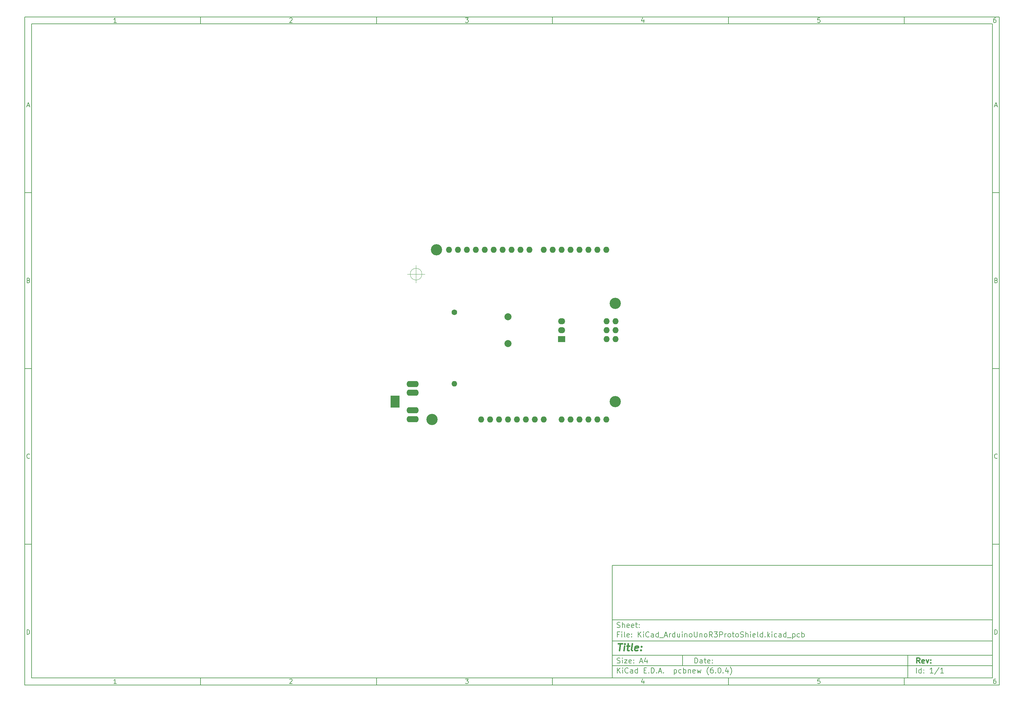
<source format=gbr>
%TF.GenerationSoftware,KiCad,Pcbnew,(6.0.4)*%
%TF.CreationDate,2022-04-15T08:27:23+02:00*%
%TF.ProjectId,KiCad_ArduinoUnoR3ProtoShield,4b694361-645f-4417-9264-75696e6f556e,rev?*%
%TF.SameCoordinates,Original*%
%TF.FileFunction,Soldermask,Top*%
%TF.FilePolarity,Negative*%
%FSLAX46Y46*%
G04 Gerber Fmt 4.6, Leading zero omitted, Abs format (unit mm)*
G04 Created by KiCad (PCBNEW (6.0.4)) date 2022-04-15 08:27:23*
%MOMM*%
%LPD*%
G01*
G04 APERTURE LIST*
%ADD10C,0.100000*%
%ADD11C,0.150000*%
%ADD12C,0.300000*%
%ADD13C,0.400000*%
%TA.AperFunction,Profile*%
%ADD14C,0.100000*%
%TD*%
%ADD15C,2.000000*%
%ADD16R,2.500000X3.500000*%
%ADD17O,3.500000X1.750000*%
%ADD18C,1.600000*%
%ADD19O,1.600000X1.600000*%
%ADD20O,1.727200X1.727200*%
%ADD21C,3.200000*%
%ADD22R,2.032000X1.727200*%
%ADD23O,2.032000X1.727200*%
G04 APERTURE END LIST*
D10*
D11*
X177002200Y-166007200D02*
X177002200Y-198007200D01*
X285002200Y-198007200D01*
X285002200Y-166007200D01*
X177002200Y-166007200D01*
D10*
D11*
X10000000Y-10000000D02*
X10000000Y-200007200D01*
X287002200Y-200007200D01*
X287002200Y-10000000D01*
X10000000Y-10000000D01*
D10*
D11*
X12000000Y-12000000D02*
X12000000Y-198007200D01*
X285002200Y-198007200D01*
X285002200Y-12000000D01*
X12000000Y-12000000D01*
D10*
D11*
X60000000Y-12000000D02*
X60000000Y-10000000D01*
D10*
D11*
X110000000Y-12000000D02*
X110000000Y-10000000D01*
D10*
D11*
X160000000Y-12000000D02*
X160000000Y-10000000D01*
D10*
D11*
X210000000Y-12000000D02*
X210000000Y-10000000D01*
D10*
D11*
X260000000Y-12000000D02*
X260000000Y-10000000D01*
D10*
D11*
X36065476Y-11588095D02*
X35322619Y-11588095D01*
X35694047Y-11588095D02*
X35694047Y-10288095D01*
X35570238Y-10473809D01*
X35446428Y-10597619D01*
X35322619Y-10659523D01*
D10*
D11*
X85322619Y-10411904D02*
X85384523Y-10350000D01*
X85508333Y-10288095D01*
X85817857Y-10288095D01*
X85941666Y-10350000D01*
X86003571Y-10411904D01*
X86065476Y-10535714D01*
X86065476Y-10659523D01*
X86003571Y-10845238D01*
X85260714Y-11588095D01*
X86065476Y-11588095D01*
D10*
D11*
X135260714Y-10288095D02*
X136065476Y-10288095D01*
X135632142Y-10783333D01*
X135817857Y-10783333D01*
X135941666Y-10845238D01*
X136003571Y-10907142D01*
X136065476Y-11030952D01*
X136065476Y-11340476D01*
X136003571Y-11464285D01*
X135941666Y-11526190D01*
X135817857Y-11588095D01*
X135446428Y-11588095D01*
X135322619Y-11526190D01*
X135260714Y-11464285D01*
D10*
D11*
X185941666Y-10721428D02*
X185941666Y-11588095D01*
X185632142Y-10226190D02*
X185322619Y-11154761D01*
X186127380Y-11154761D01*
D10*
D11*
X236003571Y-10288095D02*
X235384523Y-10288095D01*
X235322619Y-10907142D01*
X235384523Y-10845238D01*
X235508333Y-10783333D01*
X235817857Y-10783333D01*
X235941666Y-10845238D01*
X236003571Y-10907142D01*
X236065476Y-11030952D01*
X236065476Y-11340476D01*
X236003571Y-11464285D01*
X235941666Y-11526190D01*
X235817857Y-11588095D01*
X235508333Y-11588095D01*
X235384523Y-11526190D01*
X235322619Y-11464285D01*
D10*
D11*
X285941666Y-10288095D02*
X285694047Y-10288095D01*
X285570238Y-10350000D01*
X285508333Y-10411904D01*
X285384523Y-10597619D01*
X285322619Y-10845238D01*
X285322619Y-11340476D01*
X285384523Y-11464285D01*
X285446428Y-11526190D01*
X285570238Y-11588095D01*
X285817857Y-11588095D01*
X285941666Y-11526190D01*
X286003571Y-11464285D01*
X286065476Y-11340476D01*
X286065476Y-11030952D01*
X286003571Y-10907142D01*
X285941666Y-10845238D01*
X285817857Y-10783333D01*
X285570238Y-10783333D01*
X285446428Y-10845238D01*
X285384523Y-10907142D01*
X285322619Y-11030952D01*
D10*
D11*
X60000000Y-198007200D02*
X60000000Y-200007200D01*
D10*
D11*
X110000000Y-198007200D02*
X110000000Y-200007200D01*
D10*
D11*
X160000000Y-198007200D02*
X160000000Y-200007200D01*
D10*
D11*
X210000000Y-198007200D02*
X210000000Y-200007200D01*
D10*
D11*
X260000000Y-198007200D02*
X260000000Y-200007200D01*
D10*
D11*
X36065476Y-199595295D02*
X35322619Y-199595295D01*
X35694047Y-199595295D02*
X35694047Y-198295295D01*
X35570238Y-198481009D01*
X35446428Y-198604819D01*
X35322619Y-198666723D01*
D10*
D11*
X85322619Y-198419104D02*
X85384523Y-198357200D01*
X85508333Y-198295295D01*
X85817857Y-198295295D01*
X85941666Y-198357200D01*
X86003571Y-198419104D01*
X86065476Y-198542914D01*
X86065476Y-198666723D01*
X86003571Y-198852438D01*
X85260714Y-199595295D01*
X86065476Y-199595295D01*
D10*
D11*
X135260714Y-198295295D02*
X136065476Y-198295295D01*
X135632142Y-198790533D01*
X135817857Y-198790533D01*
X135941666Y-198852438D01*
X136003571Y-198914342D01*
X136065476Y-199038152D01*
X136065476Y-199347676D01*
X136003571Y-199471485D01*
X135941666Y-199533390D01*
X135817857Y-199595295D01*
X135446428Y-199595295D01*
X135322619Y-199533390D01*
X135260714Y-199471485D01*
D10*
D11*
X185941666Y-198728628D02*
X185941666Y-199595295D01*
X185632142Y-198233390D02*
X185322619Y-199161961D01*
X186127380Y-199161961D01*
D10*
D11*
X236003571Y-198295295D02*
X235384523Y-198295295D01*
X235322619Y-198914342D01*
X235384523Y-198852438D01*
X235508333Y-198790533D01*
X235817857Y-198790533D01*
X235941666Y-198852438D01*
X236003571Y-198914342D01*
X236065476Y-199038152D01*
X236065476Y-199347676D01*
X236003571Y-199471485D01*
X235941666Y-199533390D01*
X235817857Y-199595295D01*
X235508333Y-199595295D01*
X235384523Y-199533390D01*
X235322619Y-199471485D01*
D10*
D11*
X285941666Y-198295295D02*
X285694047Y-198295295D01*
X285570238Y-198357200D01*
X285508333Y-198419104D01*
X285384523Y-198604819D01*
X285322619Y-198852438D01*
X285322619Y-199347676D01*
X285384523Y-199471485D01*
X285446428Y-199533390D01*
X285570238Y-199595295D01*
X285817857Y-199595295D01*
X285941666Y-199533390D01*
X286003571Y-199471485D01*
X286065476Y-199347676D01*
X286065476Y-199038152D01*
X286003571Y-198914342D01*
X285941666Y-198852438D01*
X285817857Y-198790533D01*
X285570238Y-198790533D01*
X285446428Y-198852438D01*
X285384523Y-198914342D01*
X285322619Y-199038152D01*
D10*
D11*
X10000000Y-60000000D02*
X12000000Y-60000000D01*
D10*
D11*
X10000000Y-110000000D02*
X12000000Y-110000000D01*
D10*
D11*
X10000000Y-160000000D02*
X12000000Y-160000000D01*
D10*
D11*
X10690476Y-35216666D02*
X11309523Y-35216666D01*
X10566666Y-35588095D02*
X11000000Y-34288095D01*
X11433333Y-35588095D01*
D10*
D11*
X11092857Y-84907142D02*
X11278571Y-84969047D01*
X11340476Y-85030952D01*
X11402380Y-85154761D01*
X11402380Y-85340476D01*
X11340476Y-85464285D01*
X11278571Y-85526190D01*
X11154761Y-85588095D01*
X10659523Y-85588095D01*
X10659523Y-84288095D01*
X11092857Y-84288095D01*
X11216666Y-84350000D01*
X11278571Y-84411904D01*
X11340476Y-84535714D01*
X11340476Y-84659523D01*
X11278571Y-84783333D01*
X11216666Y-84845238D01*
X11092857Y-84907142D01*
X10659523Y-84907142D01*
D10*
D11*
X11402380Y-135464285D02*
X11340476Y-135526190D01*
X11154761Y-135588095D01*
X11030952Y-135588095D01*
X10845238Y-135526190D01*
X10721428Y-135402380D01*
X10659523Y-135278571D01*
X10597619Y-135030952D01*
X10597619Y-134845238D01*
X10659523Y-134597619D01*
X10721428Y-134473809D01*
X10845238Y-134350000D01*
X11030952Y-134288095D01*
X11154761Y-134288095D01*
X11340476Y-134350000D01*
X11402380Y-134411904D01*
D10*
D11*
X10659523Y-185588095D02*
X10659523Y-184288095D01*
X10969047Y-184288095D01*
X11154761Y-184350000D01*
X11278571Y-184473809D01*
X11340476Y-184597619D01*
X11402380Y-184845238D01*
X11402380Y-185030952D01*
X11340476Y-185278571D01*
X11278571Y-185402380D01*
X11154761Y-185526190D01*
X10969047Y-185588095D01*
X10659523Y-185588095D01*
D10*
D11*
X287002200Y-60000000D02*
X285002200Y-60000000D01*
D10*
D11*
X287002200Y-110000000D02*
X285002200Y-110000000D01*
D10*
D11*
X287002200Y-160000000D02*
X285002200Y-160000000D01*
D10*
D11*
X285692676Y-35216666D02*
X286311723Y-35216666D01*
X285568866Y-35588095D02*
X286002200Y-34288095D01*
X286435533Y-35588095D01*
D10*
D11*
X286095057Y-84907142D02*
X286280771Y-84969047D01*
X286342676Y-85030952D01*
X286404580Y-85154761D01*
X286404580Y-85340476D01*
X286342676Y-85464285D01*
X286280771Y-85526190D01*
X286156961Y-85588095D01*
X285661723Y-85588095D01*
X285661723Y-84288095D01*
X286095057Y-84288095D01*
X286218866Y-84350000D01*
X286280771Y-84411904D01*
X286342676Y-84535714D01*
X286342676Y-84659523D01*
X286280771Y-84783333D01*
X286218866Y-84845238D01*
X286095057Y-84907142D01*
X285661723Y-84907142D01*
D10*
D11*
X286404580Y-135464285D02*
X286342676Y-135526190D01*
X286156961Y-135588095D01*
X286033152Y-135588095D01*
X285847438Y-135526190D01*
X285723628Y-135402380D01*
X285661723Y-135278571D01*
X285599819Y-135030952D01*
X285599819Y-134845238D01*
X285661723Y-134597619D01*
X285723628Y-134473809D01*
X285847438Y-134350000D01*
X286033152Y-134288095D01*
X286156961Y-134288095D01*
X286342676Y-134350000D01*
X286404580Y-134411904D01*
D10*
D11*
X285661723Y-185588095D02*
X285661723Y-184288095D01*
X285971247Y-184288095D01*
X286156961Y-184350000D01*
X286280771Y-184473809D01*
X286342676Y-184597619D01*
X286404580Y-184845238D01*
X286404580Y-185030952D01*
X286342676Y-185278571D01*
X286280771Y-185402380D01*
X286156961Y-185526190D01*
X285971247Y-185588095D01*
X285661723Y-185588095D01*
D10*
D11*
X200434342Y-193785771D02*
X200434342Y-192285771D01*
X200791485Y-192285771D01*
X201005771Y-192357200D01*
X201148628Y-192500057D01*
X201220057Y-192642914D01*
X201291485Y-192928628D01*
X201291485Y-193142914D01*
X201220057Y-193428628D01*
X201148628Y-193571485D01*
X201005771Y-193714342D01*
X200791485Y-193785771D01*
X200434342Y-193785771D01*
X202577200Y-193785771D02*
X202577200Y-193000057D01*
X202505771Y-192857200D01*
X202362914Y-192785771D01*
X202077200Y-192785771D01*
X201934342Y-192857200D01*
X202577200Y-193714342D02*
X202434342Y-193785771D01*
X202077200Y-193785771D01*
X201934342Y-193714342D01*
X201862914Y-193571485D01*
X201862914Y-193428628D01*
X201934342Y-193285771D01*
X202077200Y-193214342D01*
X202434342Y-193214342D01*
X202577200Y-193142914D01*
X203077200Y-192785771D02*
X203648628Y-192785771D01*
X203291485Y-192285771D02*
X203291485Y-193571485D01*
X203362914Y-193714342D01*
X203505771Y-193785771D01*
X203648628Y-193785771D01*
X204720057Y-193714342D02*
X204577200Y-193785771D01*
X204291485Y-193785771D01*
X204148628Y-193714342D01*
X204077200Y-193571485D01*
X204077200Y-193000057D01*
X204148628Y-192857200D01*
X204291485Y-192785771D01*
X204577200Y-192785771D01*
X204720057Y-192857200D01*
X204791485Y-193000057D01*
X204791485Y-193142914D01*
X204077200Y-193285771D01*
X205434342Y-193642914D02*
X205505771Y-193714342D01*
X205434342Y-193785771D01*
X205362914Y-193714342D01*
X205434342Y-193642914D01*
X205434342Y-193785771D01*
X205434342Y-192857200D02*
X205505771Y-192928628D01*
X205434342Y-193000057D01*
X205362914Y-192928628D01*
X205434342Y-192857200D01*
X205434342Y-193000057D01*
D10*
D11*
X177002200Y-194507200D02*
X285002200Y-194507200D01*
D10*
D11*
X178434342Y-196585771D02*
X178434342Y-195085771D01*
X179291485Y-196585771D02*
X178648628Y-195728628D01*
X179291485Y-195085771D02*
X178434342Y-195942914D01*
X179934342Y-196585771D02*
X179934342Y-195585771D01*
X179934342Y-195085771D02*
X179862914Y-195157200D01*
X179934342Y-195228628D01*
X180005771Y-195157200D01*
X179934342Y-195085771D01*
X179934342Y-195228628D01*
X181505771Y-196442914D02*
X181434342Y-196514342D01*
X181220057Y-196585771D01*
X181077200Y-196585771D01*
X180862914Y-196514342D01*
X180720057Y-196371485D01*
X180648628Y-196228628D01*
X180577200Y-195942914D01*
X180577200Y-195728628D01*
X180648628Y-195442914D01*
X180720057Y-195300057D01*
X180862914Y-195157200D01*
X181077200Y-195085771D01*
X181220057Y-195085771D01*
X181434342Y-195157200D01*
X181505771Y-195228628D01*
X182791485Y-196585771D02*
X182791485Y-195800057D01*
X182720057Y-195657200D01*
X182577200Y-195585771D01*
X182291485Y-195585771D01*
X182148628Y-195657200D01*
X182791485Y-196514342D02*
X182648628Y-196585771D01*
X182291485Y-196585771D01*
X182148628Y-196514342D01*
X182077200Y-196371485D01*
X182077200Y-196228628D01*
X182148628Y-196085771D01*
X182291485Y-196014342D01*
X182648628Y-196014342D01*
X182791485Y-195942914D01*
X184148628Y-196585771D02*
X184148628Y-195085771D01*
X184148628Y-196514342D02*
X184005771Y-196585771D01*
X183720057Y-196585771D01*
X183577200Y-196514342D01*
X183505771Y-196442914D01*
X183434342Y-196300057D01*
X183434342Y-195871485D01*
X183505771Y-195728628D01*
X183577200Y-195657200D01*
X183720057Y-195585771D01*
X184005771Y-195585771D01*
X184148628Y-195657200D01*
X186005771Y-195800057D02*
X186505771Y-195800057D01*
X186720057Y-196585771D02*
X186005771Y-196585771D01*
X186005771Y-195085771D01*
X186720057Y-195085771D01*
X187362914Y-196442914D02*
X187434342Y-196514342D01*
X187362914Y-196585771D01*
X187291485Y-196514342D01*
X187362914Y-196442914D01*
X187362914Y-196585771D01*
X188077200Y-196585771D02*
X188077200Y-195085771D01*
X188434342Y-195085771D01*
X188648628Y-195157200D01*
X188791485Y-195300057D01*
X188862914Y-195442914D01*
X188934342Y-195728628D01*
X188934342Y-195942914D01*
X188862914Y-196228628D01*
X188791485Y-196371485D01*
X188648628Y-196514342D01*
X188434342Y-196585771D01*
X188077200Y-196585771D01*
X189577200Y-196442914D02*
X189648628Y-196514342D01*
X189577200Y-196585771D01*
X189505771Y-196514342D01*
X189577200Y-196442914D01*
X189577200Y-196585771D01*
X190220057Y-196157200D02*
X190934342Y-196157200D01*
X190077200Y-196585771D02*
X190577200Y-195085771D01*
X191077200Y-196585771D01*
X191577200Y-196442914D02*
X191648628Y-196514342D01*
X191577200Y-196585771D01*
X191505771Y-196514342D01*
X191577200Y-196442914D01*
X191577200Y-196585771D01*
X194577200Y-195585771D02*
X194577200Y-197085771D01*
X194577200Y-195657200D02*
X194720057Y-195585771D01*
X195005771Y-195585771D01*
X195148628Y-195657200D01*
X195220057Y-195728628D01*
X195291485Y-195871485D01*
X195291485Y-196300057D01*
X195220057Y-196442914D01*
X195148628Y-196514342D01*
X195005771Y-196585771D01*
X194720057Y-196585771D01*
X194577200Y-196514342D01*
X196577200Y-196514342D02*
X196434342Y-196585771D01*
X196148628Y-196585771D01*
X196005771Y-196514342D01*
X195934342Y-196442914D01*
X195862914Y-196300057D01*
X195862914Y-195871485D01*
X195934342Y-195728628D01*
X196005771Y-195657200D01*
X196148628Y-195585771D01*
X196434342Y-195585771D01*
X196577200Y-195657200D01*
X197220057Y-196585771D02*
X197220057Y-195085771D01*
X197220057Y-195657200D02*
X197362914Y-195585771D01*
X197648628Y-195585771D01*
X197791485Y-195657200D01*
X197862914Y-195728628D01*
X197934342Y-195871485D01*
X197934342Y-196300057D01*
X197862914Y-196442914D01*
X197791485Y-196514342D01*
X197648628Y-196585771D01*
X197362914Y-196585771D01*
X197220057Y-196514342D01*
X198577200Y-195585771D02*
X198577200Y-196585771D01*
X198577200Y-195728628D02*
X198648628Y-195657200D01*
X198791485Y-195585771D01*
X199005771Y-195585771D01*
X199148628Y-195657200D01*
X199220057Y-195800057D01*
X199220057Y-196585771D01*
X200505771Y-196514342D02*
X200362914Y-196585771D01*
X200077200Y-196585771D01*
X199934342Y-196514342D01*
X199862914Y-196371485D01*
X199862914Y-195800057D01*
X199934342Y-195657200D01*
X200077200Y-195585771D01*
X200362914Y-195585771D01*
X200505771Y-195657200D01*
X200577200Y-195800057D01*
X200577200Y-195942914D01*
X199862914Y-196085771D01*
X201077200Y-195585771D02*
X201362914Y-196585771D01*
X201648628Y-195871485D01*
X201934342Y-196585771D01*
X202220057Y-195585771D01*
X204362914Y-197157200D02*
X204291485Y-197085771D01*
X204148628Y-196871485D01*
X204077200Y-196728628D01*
X204005771Y-196514342D01*
X203934342Y-196157200D01*
X203934342Y-195871485D01*
X204005771Y-195514342D01*
X204077200Y-195300057D01*
X204148628Y-195157200D01*
X204291485Y-194942914D01*
X204362914Y-194871485D01*
X205577200Y-195085771D02*
X205291485Y-195085771D01*
X205148628Y-195157200D01*
X205077200Y-195228628D01*
X204934342Y-195442914D01*
X204862914Y-195728628D01*
X204862914Y-196300057D01*
X204934342Y-196442914D01*
X205005771Y-196514342D01*
X205148628Y-196585771D01*
X205434342Y-196585771D01*
X205577200Y-196514342D01*
X205648628Y-196442914D01*
X205720057Y-196300057D01*
X205720057Y-195942914D01*
X205648628Y-195800057D01*
X205577200Y-195728628D01*
X205434342Y-195657200D01*
X205148628Y-195657200D01*
X205005771Y-195728628D01*
X204934342Y-195800057D01*
X204862914Y-195942914D01*
X206362914Y-196442914D02*
X206434342Y-196514342D01*
X206362914Y-196585771D01*
X206291485Y-196514342D01*
X206362914Y-196442914D01*
X206362914Y-196585771D01*
X207362914Y-195085771D02*
X207505771Y-195085771D01*
X207648628Y-195157200D01*
X207720057Y-195228628D01*
X207791485Y-195371485D01*
X207862914Y-195657200D01*
X207862914Y-196014342D01*
X207791485Y-196300057D01*
X207720057Y-196442914D01*
X207648628Y-196514342D01*
X207505771Y-196585771D01*
X207362914Y-196585771D01*
X207220057Y-196514342D01*
X207148628Y-196442914D01*
X207077200Y-196300057D01*
X207005771Y-196014342D01*
X207005771Y-195657200D01*
X207077200Y-195371485D01*
X207148628Y-195228628D01*
X207220057Y-195157200D01*
X207362914Y-195085771D01*
X208505771Y-196442914D02*
X208577200Y-196514342D01*
X208505771Y-196585771D01*
X208434342Y-196514342D01*
X208505771Y-196442914D01*
X208505771Y-196585771D01*
X209862914Y-195585771D02*
X209862914Y-196585771D01*
X209505771Y-195014342D02*
X209148628Y-196085771D01*
X210077200Y-196085771D01*
X210505771Y-197157200D02*
X210577200Y-197085771D01*
X210720057Y-196871485D01*
X210791485Y-196728628D01*
X210862914Y-196514342D01*
X210934342Y-196157200D01*
X210934342Y-195871485D01*
X210862914Y-195514342D01*
X210791485Y-195300057D01*
X210720057Y-195157200D01*
X210577200Y-194942914D01*
X210505771Y-194871485D01*
D10*
D11*
X177002200Y-191507200D02*
X285002200Y-191507200D01*
D10*
D12*
X264411485Y-193785771D02*
X263911485Y-193071485D01*
X263554342Y-193785771D02*
X263554342Y-192285771D01*
X264125771Y-192285771D01*
X264268628Y-192357200D01*
X264340057Y-192428628D01*
X264411485Y-192571485D01*
X264411485Y-192785771D01*
X264340057Y-192928628D01*
X264268628Y-193000057D01*
X264125771Y-193071485D01*
X263554342Y-193071485D01*
X265625771Y-193714342D02*
X265482914Y-193785771D01*
X265197200Y-193785771D01*
X265054342Y-193714342D01*
X264982914Y-193571485D01*
X264982914Y-193000057D01*
X265054342Y-192857200D01*
X265197200Y-192785771D01*
X265482914Y-192785771D01*
X265625771Y-192857200D01*
X265697200Y-193000057D01*
X265697200Y-193142914D01*
X264982914Y-193285771D01*
X266197200Y-192785771D02*
X266554342Y-193785771D01*
X266911485Y-192785771D01*
X267482914Y-193642914D02*
X267554342Y-193714342D01*
X267482914Y-193785771D01*
X267411485Y-193714342D01*
X267482914Y-193642914D01*
X267482914Y-193785771D01*
X267482914Y-192857200D02*
X267554342Y-192928628D01*
X267482914Y-193000057D01*
X267411485Y-192928628D01*
X267482914Y-192857200D01*
X267482914Y-193000057D01*
D10*
D11*
X178362914Y-193714342D02*
X178577200Y-193785771D01*
X178934342Y-193785771D01*
X179077200Y-193714342D01*
X179148628Y-193642914D01*
X179220057Y-193500057D01*
X179220057Y-193357200D01*
X179148628Y-193214342D01*
X179077200Y-193142914D01*
X178934342Y-193071485D01*
X178648628Y-193000057D01*
X178505771Y-192928628D01*
X178434342Y-192857200D01*
X178362914Y-192714342D01*
X178362914Y-192571485D01*
X178434342Y-192428628D01*
X178505771Y-192357200D01*
X178648628Y-192285771D01*
X179005771Y-192285771D01*
X179220057Y-192357200D01*
X179862914Y-193785771D02*
X179862914Y-192785771D01*
X179862914Y-192285771D02*
X179791485Y-192357200D01*
X179862914Y-192428628D01*
X179934342Y-192357200D01*
X179862914Y-192285771D01*
X179862914Y-192428628D01*
X180434342Y-192785771D02*
X181220057Y-192785771D01*
X180434342Y-193785771D01*
X181220057Y-193785771D01*
X182362914Y-193714342D02*
X182220057Y-193785771D01*
X181934342Y-193785771D01*
X181791485Y-193714342D01*
X181720057Y-193571485D01*
X181720057Y-193000057D01*
X181791485Y-192857200D01*
X181934342Y-192785771D01*
X182220057Y-192785771D01*
X182362914Y-192857200D01*
X182434342Y-193000057D01*
X182434342Y-193142914D01*
X181720057Y-193285771D01*
X183077200Y-193642914D02*
X183148628Y-193714342D01*
X183077200Y-193785771D01*
X183005771Y-193714342D01*
X183077200Y-193642914D01*
X183077200Y-193785771D01*
X183077200Y-192857200D02*
X183148628Y-192928628D01*
X183077200Y-193000057D01*
X183005771Y-192928628D01*
X183077200Y-192857200D01*
X183077200Y-193000057D01*
X184862914Y-193357200D02*
X185577200Y-193357200D01*
X184720057Y-193785771D02*
X185220057Y-192285771D01*
X185720057Y-193785771D01*
X186862914Y-192785771D02*
X186862914Y-193785771D01*
X186505771Y-192214342D02*
X186148628Y-193285771D01*
X187077200Y-193285771D01*
D10*
D11*
X263434342Y-196585771D02*
X263434342Y-195085771D01*
X264791485Y-196585771D02*
X264791485Y-195085771D01*
X264791485Y-196514342D02*
X264648628Y-196585771D01*
X264362914Y-196585771D01*
X264220057Y-196514342D01*
X264148628Y-196442914D01*
X264077200Y-196300057D01*
X264077200Y-195871485D01*
X264148628Y-195728628D01*
X264220057Y-195657200D01*
X264362914Y-195585771D01*
X264648628Y-195585771D01*
X264791485Y-195657200D01*
X265505771Y-196442914D02*
X265577200Y-196514342D01*
X265505771Y-196585771D01*
X265434342Y-196514342D01*
X265505771Y-196442914D01*
X265505771Y-196585771D01*
X265505771Y-195657200D02*
X265577200Y-195728628D01*
X265505771Y-195800057D01*
X265434342Y-195728628D01*
X265505771Y-195657200D01*
X265505771Y-195800057D01*
X268148628Y-196585771D02*
X267291485Y-196585771D01*
X267720057Y-196585771D02*
X267720057Y-195085771D01*
X267577200Y-195300057D01*
X267434342Y-195442914D01*
X267291485Y-195514342D01*
X269862914Y-195014342D02*
X268577200Y-196942914D01*
X271148628Y-196585771D02*
X270291485Y-196585771D01*
X270720057Y-196585771D02*
X270720057Y-195085771D01*
X270577200Y-195300057D01*
X270434342Y-195442914D01*
X270291485Y-195514342D01*
D10*
D11*
X177002200Y-187507200D02*
X285002200Y-187507200D01*
D10*
D13*
X178714580Y-188211961D02*
X179857438Y-188211961D01*
X179036009Y-190211961D02*
X179286009Y-188211961D01*
X180274104Y-190211961D02*
X180440771Y-188878628D01*
X180524104Y-188211961D02*
X180416961Y-188307200D01*
X180500295Y-188402438D01*
X180607438Y-188307200D01*
X180524104Y-188211961D01*
X180500295Y-188402438D01*
X181107438Y-188878628D02*
X181869342Y-188878628D01*
X181476485Y-188211961D02*
X181262200Y-189926247D01*
X181333628Y-190116723D01*
X181512200Y-190211961D01*
X181702676Y-190211961D01*
X182655057Y-190211961D02*
X182476485Y-190116723D01*
X182405057Y-189926247D01*
X182619342Y-188211961D01*
X184190771Y-190116723D02*
X183988390Y-190211961D01*
X183607438Y-190211961D01*
X183428866Y-190116723D01*
X183357438Y-189926247D01*
X183452676Y-189164342D01*
X183571723Y-188973866D01*
X183774104Y-188878628D01*
X184155057Y-188878628D01*
X184333628Y-188973866D01*
X184405057Y-189164342D01*
X184381247Y-189354819D01*
X183405057Y-189545295D01*
X185155057Y-190021485D02*
X185238390Y-190116723D01*
X185131247Y-190211961D01*
X185047914Y-190116723D01*
X185155057Y-190021485D01*
X185131247Y-190211961D01*
X185286009Y-188973866D02*
X185369342Y-189069104D01*
X185262200Y-189164342D01*
X185178866Y-189069104D01*
X185286009Y-188973866D01*
X185262200Y-189164342D01*
D10*
D11*
X178934342Y-185600057D02*
X178434342Y-185600057D01*
X178434342Y-186385771D02*
X178434342Y-184885771D01*
X179148628Y-184885771D01*
X179720057Y-186385771D02*
X179720057Y-185385771D01*
X179720057Y-184885771D02*
X179648628Y-184957200D01*
X179720057Y-185028628D01*
X179791485Y-184957200D01*
X179720057Y-184885771D01*
X179720057Y-185028628D01*
X180648628Y-186385771D02*
X180505771Y-186314342D01*
X180434342Y-186171485D01*
X180434342Y-184885771D01*
X181791485Y-186314342D02*
X181648628Y-186385771D01*
X181362914Y-186385771D01*
X181220057Y-186314342D01*
X181148628Y-186171485D01*
X181148628Y-185600057D01*
X181220057Y-185457200D01*
X181362914Y-185385771D01*
X181648628Y-185385771D01*
X181791485Y-185457200D01*
X181862914Y-185600057D01*
X181862914Y-185742914D01*
X181148628Y-185885771D01*
X182505771Y-186242914D02*
X182577200Y-186314342D01*
X182505771Y-186385771D01*
X182434342Y-186314342D01*
X182505771Y-186242914D01*
X182505771Y-186385771D01*
X182505771Y-185457200D02*
X182577200Y-185528628D01*
X182505771Y-185600057D01*
X182434342Y-185528628D01*
X182505771Y-185457200D01*
X182505771Y-185600057D01*
X184362914Y-186385771D02*
X184362914Y-184885771D01*
X185220057Y-186385771D02*
X184577200Y-185528628D01*
X185220057Y-184885771D02*
X184362914Y-185742914D01*
X185862914Y-186385771D02*
X185862914Y-185385771D01*
X185862914Y-184885771D02*
X185791485Y-184957200D01*
X185862914Y-185028628D01*
X185934342Y-184957200D01*
X185862914Y-184885771D01*
X185862914Y-185028628D01*
X187434342Y-186242914D02*
X187362914Y-186314342D01*
X187148628Y-186385771D01*
X187005771Y-186385771D01*
X186791485Y-186314342D01*
X186648628Y-186171485D01*
X186577200Y-186028628D01*
X186505771Y-185742914D01*
X186505771Y-185528628D01*
X186577200Y-185242914D01*
X186648628Y-185100057D01*
X186791485Y-184957200D01*
X187005771Y-184885771D01*
X187148628Y-184885771D01*
X187362914Y-184957200D01*
X187434342Y-185028628D01*
X188720057Y-186385771D02*
X188720057Y-185600057D01*
X188648628Y-185457200D01*
X188505771Y-185385771D01*
X188220057Y-185385771D01*
X188077200Y-185457200D01*
X188720057Y-186314342D02*
X188577200Y-186385771D01*
X188220057Y-186385771D01*
X188077200Y-186314342D01*
X188005771Y-186171485D01*
X188005771Y-186028628D01*
X188077200Y-185885771D01*
X188220057Y-185814342D01*
X188577200Y-185814342D01*
X188720057Y-185742914D01*
X190077200Y-186385771D02*
X190077200Y-184885771D01*
X190077200Y-186314342D02*
X189934342Y-186385771D01*
X189648628Y-186385771D01*
X189505771Y-186314342D01*
X189434342Y-186242914D01*
X189362914Y-186100057D01*
X189362914Y-185671485D01*
X189434342Y-185528628D01*
X189505771Y-185457200D01*
X189648628Y-185385771D01*
X189934342Y-185385771D01*
X190077200Y-185457200D01*
X190434342Y-186528628D02*
X191577200Y-186528628D01*
X191862914Y-185957200D02*
X192577200Y-185957200D01*
X191720057Y-186385771D02*
X192220057Y-184885771D01*
X192720057Y-186385771D01*
X193220057Y-186385771D02*
X193220057Y-185385771D01*
X193220057Y-185671485D02*
X193291485Y-185528628D01*
X193362914Y-185457200D01*
X193505771Y-185385771D01*
X193648628Y-185385771D01*
X194791485Y-186385771D02*
X194791485Y-184885771D01*
X194791485Y-186314342D02*
X194648628Y-186385771D01*
X194362914Y-186385771D01*
X194220057Y-186314342D01*
X194148628Y-186242914D01*
X194077200Y-186100057D01*
X194077200Y-185671485D01*
X194148628Y-185528628D01*
X194220057Y-185457200D01*
X194362914Y-185385771D01*
X194648628Y-185385771D01*
X194791485Y-185457200D01*
X196148628Y-185385771D02*
X196148628Y-186385771D01*
X195505771Y-185385771D02*
X195505771Y-186171485D01*
X195577200Y-186314342D01*
X195720057Y-186385771D01*
X195934342Y-186385771D01*
X196077200Y-186314342D01*
X196148628Y-186242914D01*
X196862914Y-186385771D02*
X196862914Y-185385771D01*
X196862914Y-184885771D02*
X196791485Y-184957200D01*
X196862914Y-185028628D01*
X196934342Y-184957200D01*
X196862914Y-184885771D01*
X196862914Y-185028628D01*
X197577200Y-185385771D02*
X197577200Y-186385771D01*
X197577200Y-185528628D02*
X197648628Y-185457200D01*
X197791485Y-185385771D01*
X198005771Y-185385771D01*
X198148628Y-185457200D01*
X198220057Y-185600057D01*
X198220057Y-186385771D01*
X199148628Y-186385771D02*
X199005771Y-186314342D01*
X198934342Y-186242914D01*
X198862914Y-186100057D01*
X198862914Y-185671485D01*
X198934342Y-185528628D01*
X199005771Y-185457200D01*
X199148628Y-185385771D01*
X199362914Y-185385771D01*
X199505771Y-185457200D01*
X199577200Y-185528628D01*
X199648628Y-185671485D01*
X199648628Y-186100057D01*
X199577200Y-186242914D01*
X199505771Y-186314342D01*
X199362914Y-186385771D01*
X199148628Y-186385771D01*
X200291485Y-184885771D02*
X200291485Y-186100057D01*
X200362914Y-186242914D01*
X200434342Y-186314342D01*
X200577200Y-186385771D01*
X200862914Y-186385771D01*
X201005771Y-186314342D01*
X201077200Y-186242914D01*
X201148628Y-186100057D01*
X201148628Y-184885771D01*
X201862914Y-185385771D02*
X201862914Y-186385771D01*
X201862914Y-185528628D02*
X201934342Y-185457200D01*
X202077200Y-185385771D01*
X202291485Y-185385771D01*
X202434342Y-185457200D01*
X202505771Y-185600057D01*
X202505771Y-186385771D01*
X203434342Y-186385771D02*
X203291485Y-186314342D01*
X203220057Y-186242914D01*
X203148628Y-186100057D01*
X203148628Y-185671485D01*
X203220057Y-185528628D01*
X203291485Y-185457200D01*
X203434342Y-185385771D01*
X203648628Y-185385771D01*
X203791485Y-185457200D01*
X203862914Y-185528628D01*
X203934342Y-185671485D01*
X203934342Y-186100057D01*
X203862914Y-186242914D01*
X203791485Y-186314342D01*
X203648628Y-186385771D01*
X203434342Y-186385771D01*
X205434342Y-186385771D02*
X204934342Y-185671485D01*
X204577200Y-186385771D02*
X204577200Y-184885771D01*
X205148628Y-184885771D01*
X205291485Y-184957200D01*
X205362914Y-185028628D01*
X205434342Y-185171485D01*
X205434342Y-185385771D01*
X205362914Y-185528628D01*
X205291485Y-185600057D01*
X205148628Y-185671485D01*
X204577200Y-185671485D01*
X205934342Y-184885771D02*
X206862914Y-184885771D01*
X206362914Y-185457200D01*
X206577200Y-185457200D01*
X206720057Y-185528628D01*
X206791485Y-185600057D01*
X206862914Y-185742914D01*
X206862914Y-186100057D01*
X206791485Y-186242914D01*
X206720057Y-186314342D01*
X206577200Y-186385771D01*
X206148628Y-186385771D01*
X206005771Y-186314342D01*
X205934342Y-186242914D01*
X207505771Y-186385771D02*
X207505771Y-184885771D01*
X208077200Y-184885771D01*
X208220057Y-184957200D01*
X208291485Y-185028628D01*
X208362914Y-185171485D01*
X208362914Y-185385771D01*
X208291485Y-185528628D01*
X208220057Y-185600057D01*
X208077200Y-185671485D01*
X207505771Y-185671485D01*
X209005771Y-186385771D02*
X209005771Y-185385771D01*
X209005771Y-185671485D02*
X209077200Y-185528628D01*
X209148628Y-185457200D01*
X209291485Y-185385771D01*
X209434342Y-185385771D01*
X210148628Y-186385771D02*
X210005771Y-186314342D01*
X209934342Y-186242914D01*
X209862914Y-186100057D01*
X209862914Y-185671485D01*
X209934342Y-185528628D01*
X210005771Y-185457200D01*
X210148628Y-185385771D01*
X210362914Y-185385771D01*
X210505771Y-185457200D01*
X210577200Y-185528628D01*
X210648628Y-185671485D01*
X210648628Y-186100057D01*
X210577200Y-186242914D01*
X210505771Y-186314342D01*
X210362914Y-186385771D01*
X210148628Y-186385771D01*
X211077200Y-185385771D02*
X211648628Y-185385771D01*
X211291485Y-184885771D02*
X211291485Y-186171485D01*
X211362914Y-186314342D01*
X211505771Y-186385771D01*
X211648628Y-186385771D01*
X212362914Y-186385771D02*
X212220057Y-186314342D01*
X212148628Y-186242914D01*
X212077200Y-186100057D01*
X212077200Y-185671485D01*
X212148628Y-185528628D01*
X212220057Y-185457200D01*
X212362914Y-185385771D01*
X212577200Y-185385771D01*
X212720057Y-185457200D01*
X212791485Y-185528628D01*
X212862914Y-185671485D01*
X212862914Y-186100057D01*
X212791485Y-186242914D01*
X212720057Y-186314342D01*
X212577200Y-186385771D01*
X212362914Y-186385771D01*
X213434342Y-186314342D02*
X213648628Y-186385771D01*
X214005771Y-186385771D01*
X214148628Y-186314342D01*
X214220057Y-186242914D01*
X214291485Y-186100057D01*
X214291485Y-185957200D01*
X214220057Y-185814342D01*
X214148628Y-185742914D01*
X214005771Y-185671485D01*
X213720057Y-185600057D01*
X213577200Y-185528628D01*
X213505771Y-185457200D01*
X213434342Y-185314342D01*
X213434342Y-185171485D01*
X213505771Y-185028628D01*
X213577200Y-184957200D01*
X213720057Y-184885771D01*
X214077200Y-184885771D01*
X214291485Y-184957200D01*
X214934342Y-186385771D02*
X214934342Y-184885771D01*
X215577200Y-186385771D02*
X215577200Y-185600057D01*
X215505771Y-185457200D01*
X215362914Y-185385771D01*
X215148628Y-185385771D01*
X215005771Y-185457200D01*
X214934342Y-185528628D01*
X216291485Y-186385771D02*
X216291485Y-185385771D01*
X216291485Y-184885771D02*
X216220057Y-184957200D01*
X216291485Y-185028628D01*
X216362914Y-184957200D01*
X216291485Y-184885771D01*
X216291485Y-185028628D01*
X217577200Y-186314342D02*
X217434342Y-186385771D01*
X217148628Y-186385771D01*
X217005771Y-186314342D01*
X216934342Y-186171485D01*
X216934342Y-185600057D01*
X217005771Y-185457200D01*
X217148628Y-185385771D01*
X217434342Y-185385771D01*
X217577200Y-185457200D01*
X217648628Y-185600057D01*
X217648628Y-185742914D01*
X216934342Y-185885771D01*
X218505771Y-186385771D02*
X218362914Y-186314342D01*
X218291485Y-186171485D01*
X218291485Y-184885771D01*
X219720057Y-186385771D02*
X219720057Y-184885771D01*
X219720057Y-186314342D02*
X219577200Y-186385771D01*
X219291485Y-186385771D01*
X219148628Y-186314342D01*
X219077200Y-186242914D01*
X219005771Y-186100057D01*
X219005771Y-185671485D01*
X219077200Y-185528628D01*
X219148628Y-185457200D01*
X219291485Y-185385771D01*
X219577200Y-185385771D01*
X219720057Y-185457200D01*
X220434342Y-186242914D02*
X220505771Y-186314342D01*
X220434342Y-186385771D01*
X220362914Y-186314342D01*
X220434342Y-186242914D01*
X220434342Y-186385771D01*
X221148628Y-186385771D02*
X221148628Y-184885771D01*
X221291485Y-185814342D02*
X221720057Y-186385771D01*
X221720057Y-185385771D02*
X221148628Y-185957200D01*
X222362914Y-186385771D02*
X222362914Y-185385771D01*
X222362914Y-184885771D02*
X222291485Y-184957200D01*
X222362914Y-185028628D01*
X222434342Y-184957200D01*
X222362914Y-184885771D01*
X222362914Y-185028628D01*
X223720057Y-186314342D02*
X223577200Y-186385771D01*
X223291485Y-186385771D01*
X223148628Y-186314342D01*
X223077200Y-186242914D01*
X223005771Y-186100057D01*
X223005771Y-185671485D01*
X223077200Y-185528628D01*
X223148628Y-185457200D01*
X223291485Y-185385771D01*
X223577200Y-185385771D01*
X223720057Y-185457200D01*
X225005771Y-186385771D02*
X225005771Y-185600057D01*
X224934342Y-185457200D01*
X224791485Y-185385771D01*
X224505771Y-185385771D01*
X224362914Y-185457200D01*
X225005771Y-186314342D02*
X224862914Y-186385771D01*
X224505771Y-186385771D01*
X224362914Y-186314342D01*
X224291485Y-186171485D01*
X224291485Y-186028628D01*
X224362914Y-185885771D01*
X224505771Y-185814342D01*
X224862914Y-185814342D01*
X225005771Y-185742914D01*
X226362914Y-186385771D02*
X226362914Y-184885771D01*
X226362914Y-186314342D02*
X226220057Y-186385771D01*
X225934342Y-186385771D01*
X225791485Y-186314342D01*
X225720057Y-186242914D01*
X225648628Y-186100057D01*
X225648628Y-185671485D01*
X225720057Y-185528628D01*
X225791485Y-185457200D01*
X225934342Y-185385771D01*
X226220057Y-185385771D01*
X226362914Y-185457200D01*
X226720057Y-186528628D02*
X227862914Y-186528628D01*
X228220057Y-185385771D02*
X228220057Y-186885771D01*
X228220057Y-185457200D02*
X228362914Y-185385771D01*
X228648628Y-185385771D01*
X228791485Y-185457200D01*
X228862914Y-185528628D01*
X228934342Y-185671485D01*
X228934342Y-186100057D01*
X228862914Y-186242914D01*
X228791485Y-186314342D01*
X228648628Y-186385771D01*
X228362914Y-186385771D01*
X228220057Y-186314342D01*
X230220057Y-186314342D02*
X230077200Y-186385771D01*
X229791485Y-186385771D01*
X229648628Y-186314342D01*
X229577200Y-186242914D01*
X229505771Y-186100057D01*
X229505771Y-185671485D01*
X229577200Y-185528628D01*
X229648628Y-185457200D01*
X229791485Y-185385771D01*
X230077200Y-185385771D01*
X230220057Y-185457200D01*
X230862914Y-186385771D02*
X230862914Y-184885771D01*
X230862914Y-185457200D02*
X231005771Y-185385771D01*
X231291485Y-185385771D01*
X231434342Y-185457200D01*
X231505771Y-185528628D01*
X231577200Y-185671485D01*
X231577200Y-186100057D01*
X231505771Y-186242914D01*
X231434342Y-186314342D01*
X231291485Y-186385771D01*
X231005771Y-186385771D01*
X230862914Y-186314342D01*
D10*
D11*
X177002200Y-181507200D02*
X285002200Y-181507200D01*
D10*
D11*
X178362914Y-183614342D02*
X178577200Y-183685771D01*
X178934342Y-183685771D01*
X179077200Y-183614342D01*
X179148628Y-183542914D01*
X179220057Y-183400057D01*
X179220057Y-183257200D01*
X179148628Y-183114342D01*
X179077200Y-183042914D01*
X178934342Y-182971485D01*
X178648628Y-182900057D01*
X178505771Y-182828628D01*
X178434342Y-182757200D01*
X178362914Y-182614342D01*
X178362914Y-182471485D01*
X178434342Y-182328628D01*
X178505771Y-182257200D01*
X178648628Y-182185771D01*
X179005771Y-182185771D01*
X179220057Y-182257200D01*
X179862914Y-183685771D02*
X179862914Y-182185771D01*
X180505771Y-183685771D02*
X180505771Y-182900057D01*
X180434342Y-182757200D01*
X180291485Y-182685771D01*
X180077200Y-182685771D01*
X179934342Y-182757200D01*
X179862914Y-182828628D01*
X181791485Y-183614342D02*
X181648628Y-183685771D01*
X181362914Y-183685771D01*
X181220057Y-183614342D01*
X181148628Y-183471485D01*
X181148628Y-182900057D01*
X181220057Y-182757200D01*
X181362914Y-182685771D01*
X181648628Y-182685771D01*
X181791485Y-182757200D01*
X181862914Y-182900057D01*
X181862914Y-183042914D01*
X181148628Y-183185771D01*
X183077200Y-183614342D02*
X182934342Y-183685771D01*
X182648628Y-183685771D01*
X182505771Y-183614342D01*
X182434342Y-183471485D01*
X182434342Y-182900057D01*
X182505771Y-182757200D01*
X182648628Y-182685771D01*
X182934342Y-182685771D01*
X183077200Y-182757200D01*
X183148628Y-182900057D01*
X183148628Y-183042914D01*
X182434342Y-183185771D01*
X183577200Y-182685771D02*
X184148628Y-182685771D01*
X183791485Y-182185771D02*
X183791485Y-183471485D01*
X183862914Y-183614342D01*
X184005771Y-183685771D01*
X184148628Y-183685771D01*
X184648628Y-183542914D02*
X184720057Y-183614342D01*
X184648628Y-183685771D01*
X184577200Y-183614342D01*
X184648628Y-183542914D01*
X184648628Y-183685771D01*
X184648628Y-182757200D02*
X184720057Y-182828628D01*
X184648628Y-182900057D01*
X184577200Y-182828628D01*
X184648628Y-182757200D01*
X184648628Y-182900057D01*
D10*
D12*
D10*
D11*
D10*
D11*
D10*
D11*
D10*
D11*
D10*
D11*
X197002200Y-191507200D02*
X197002200Y-194507200D01*
D10*
D11*
X261002200Y-191507200D02*
X261002200Y-198007200D01*
D14*
X122896666Y-83160000D02*
G75*
G03*
X122896666Y-83160000I-1666666J0D01*
G01*
X118730000Y-83160000D02*
X123730000Y-83160000D01*
X121230000Y-80660000D02*
X121230000Y-85660000D01*
D15*
%TO.C,Piezzo*%
X147330000Y-102870000D03*
X147310000Y-95250000D03*
%TD*%
D16*
%TO.C,Stereo3\u002C5*%
X115244000Y-119380000D03*
D17*
X120250000Y-114380000D03*
X120250000Y-116880000D03*
X120250000Y-121880000D03*
X120250000Y-124380000D03*
%TD*%
D18*
%TO.C,R4\u002C7K*%
X132080000Y-93980000D03*
D19*
X132080000Y-114300000D03*
%TD*%
D20*
%TO.C,Arduino UNO R3 Proto Shield*%
X157480000Y-124460000D03*
X133096000Y-76200000D03*
X130556000Y-76200000D03*
X175387000Y-99060000D03*
X175387000Y-101600000D03*
X144780000Y-124460000D03*
X177927000Y-99060000D03*
X175387000Y-96520000D03*
X142240000Y-124460000D03*
X177927000Y-101600000D03*
X154940000Y-124460000D03*
X152400000Y-124460000D03*
X138176000Y-76200000D03*
X140716000Y-76200000D03*
X143256000Y-76200000D03*
X145796000Y-76200000D03*
X148336000Y-76200000D03*
X150876000Y-76200000D03*
X153416000Y-76200000D03*
X157480000Y-76200000D03*
X160020000Y-76200000D03*
X162560000Y-76200000D03*
X165100000Y-76200000D03*
X167640000Y-76200000D03*
X170180000Y-76200000D03*
X172720000Y-76200000D03*
X175260000Y-76200000D03*
X135636000Y-76200000D03*
X175260000Y-124460000D03*
X172720000Y-124460000D03*
X170180000Y-124460000D03*
X167640000Y-124460000D03*
X165100000Y-124460000D03*
X162560000Y-124460000D03*
X177927000Y-96520000D03*
X149860000Y-124460000D03*
X147320000Y-124460000D03*
D21*
X177800000Y-91440000D03*
D20*
X139700000Y-124460000D03*
D21*
X125730000Y-124460000D03*
X177800000Y-119380000D03*
X127000000Y-76200000D03*
%TD*%
D22*
%TO.C,TR433MHz*%
X162560000Y-101600000D03*
D23*
X162560000Y-99060000D03*
X162560000Y-96520000D03*
%TD*%
M02*

</source>
